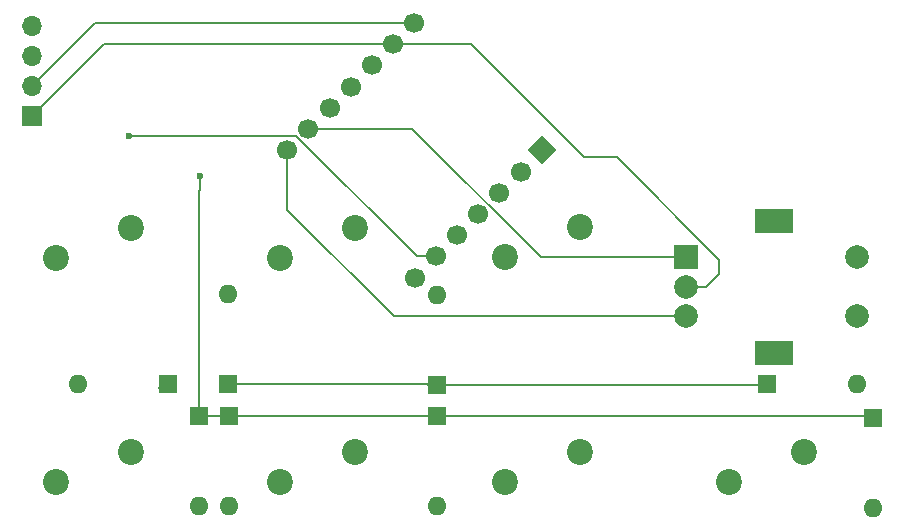
<source format=gbl>
G04 #@! TF.GenerationSoftware,KiCad,Pcbnew,8.0.5*
G04 #@! TF.CreationDate,2024-10-21T21:06:57-07:00*
G04 #@! TF.ProjectId,hackpad,6861636b-7061-4642-9e6b-696361645f70,rev?*
G04 #@! TF.SameCoordinates,Original*
G04 #@! TF.FileFunction,Copper,L2,Bot*
G04 #@! TF.FilePolarity,Positive*
%FSLAX46Y46*%
G04 Gerber Fmt 4.6, Leading zero omitted, Abs format (unit mm)*
G04 Created by KiCad (PCBNEW 8.0.5) date 2024-10-21 21:06:57*
%MOMM*%
%LPD*%
G01*
G04 APERTURE LIST*
G04 Aperture macros list*
%AMRotRect*
0 Rectangle, with rotation*
0 The origin of the aperture is its center*
0 $1 length*
0 $2 width*
0 $3 Rotation angle, in degrees counterclockwise*
0 Add horizontal line*
21,1,$1,$2,0,0,$3*%
G04 Aperture macros list end*
G04 #@! TA.AperFunction,ComponentPad*
%ADD10C,2.200000*%
G04 #@! TD*
G04 #@! TA.AperFunction,ComponentPad*
%ADD11R,2.000000X2.000000*%
G04 #@! TD*
G04 #@! TA.AperFunction,ComponentPad*
%ADD12C,2.000000*%
G04 #@! TD*
G04 #@! TA.AperFunction,ComponentPad*
%ADD13R,3.200000X2.000000*%
G04 #@! TD*
G04 #@! TA.AperFunction,ComponentPad*
%ADD14R,1.700000X1.700000*%
G04 #@! TD*
G04 #@! TA.AperFunction,ComponentPad*
%ADD15O,1.700000X1.700000*%
G04 #@! TD*
G04 #@! TA.AperFunction,ComponentPad*
%ADD16R,1.600000X1.600000*%
G04 #@! TD*
G04 #@! TA.AperFunction,ComponentPad*
%ADD17O,1.600000X1.600000*%
G04 #@! TD*
G04 #@! TA.AperFunction,ComponentPad*
%ADD18RotRect,1.700000X1.700000X315.000000*%
G04 #@! TD*
G04 #@! TA.AperFunction,ComponentPad*
%ADD19C,1.700000*%
G04 #@! TD*
G04 #@! TA.AperFunction,ViaPad*
%ADD20C,0.600000*%
G04 #@! TD*
G04 #@! TA.AperFunction,Conductor*
%ADD21C,0.200000*%
G04 #@! TD*
G04 APERTURE END LIST*
D10*
G04 #@! TO.P,SW7,1,1*
G04 #@! TO.N,COL3*
X261050000Y-145950000D03*
G04 #@! TO.P,SW7,2,2*
G04 #@! TO.N,Net-(D8-A)*
X254700000Y-148490000D03*
G04 #@! TD*
G04 #@! TO.P,SW5,1,1*
G04 #@! TO.N,COL2*
X242050000Y-126870000D03*
G04 #@! TO.P,SW5,2,2*
G04 #@! TO.N,Net-(D3-A)*
X235700000Y-129410000D03*
G04 #@! TD*
G04 #@! TO.P,SW2,1,1*
G04 #@! TO.N,COL0*
X204050000Y-145950000D03*
G04 #@! TO.P,SW2,2,2*
G04 #@! TO.N,Net-(D5-A)*
X197700000Y-148490000D03*
G04 #@! TD*
G04 #@! TO.P,SW1,1,1*
G04 #@! TO.N,COL0*
X204050000Y-126950000D03*
G04 #@! TO.P,SW1,2,2*
G04 #@! TO.N,Net-(D1-A)*
X197700000Y-129490000D03*
G04 #@! TD*
G04 #@! TO.P,SW6,1,1*
G04 #@! TO.N,COL2*
X242050000Y-145950000D03*
G04 #@! TO.P,SW6,2,2*
G04 #@! TO.N,Net-(D7-A)*
X235700000Y-148490000D03*
G04 #@! TD*
G04 #@! TO.P,SW3,1,1*
G04 #@! TO.N,COL1*
X223050000Y-126950000D03*
G04 #@! TO.P,SW3,2,2*
G04 #@! TO.N,Net-(D2-A)*
X216700000Y-129490000D03*
G04 #@! TD*
G04 #@! TO.P,SW4,1,1*
G04 #@! TO.N,COL1*
X223050000Y-145950000D03*
G04 #@! TO.P,SW4,2,2*
G04 #@! TO.N,Net-(D6-A)*
X216700000Y-148490000D03*
G04 #@! TD*
D11*
G04 #@! TO.P,SW8,A,A*
G04 #@! TO.N,ROTA*
X251050000Y-129450000D03*
D12*
G04 #@! TO.P,SW8,B,B*
G04 #@! TO.N,ROTB*
X251050000Y-134450000D03*
G04 #@! TO.P,SW8,C,C*
G04 #@! TO.N,GND*
X251050000Y-131950000D03*
D13*
G04 #@! TO.P,SW8,MP*
G04 #@! TO.N,N/C*
X258550000Y-126350000D03*
X258550000Y-137550000D03*
D12*
G04 #@! TO.P,SW8,S1,S1*
G04 #@! TO.N,Net-(D4-A)*
X265550000Y-134450000D03*
G04 #@! TO.P,SW8,S2,S2*
G04 #@! TO.N,COL3*
X265550000Y-129450000D03*
G04 #@! TD*
D14*
G04 #@! TO.P,O1,1,Pin_1*
G04 #@! TO.N,GND*
X195650000Y-117510000D03*
D15*
G04 #@! TO.P,O1,2,Pin_2*
G04 #@! TO.N,VCC*
X195650000Y-114969999D03*
G04 #@! TO.P,O1,3,Pin_3*
G04 #@! TO.N,SCL*
X195650000Y-112430000D03*
G04 #@! TO.P,O1,4,Pin_4*
G04 #@! TO.N,SDA*
X195650000Y-109890000D03*
G04 #@! TD*
D16*
G04 #@! TO.P,D7,1,K*
G04 #@! TO.N,ROW1*
X229950000Y-142880001D03*
D17*
G04 #@! TO.P,D7,2,A*
G04 #@! TO.N,Net-(D7-A)*
X229950000Y-150500001D03*
G04 #@! TD*
D16*
G04 #@! TO.P,D3,1,K*
G04 #@! TO.N,ROW0*
X229950000Y-140300000D03*
D17*
G04 #@! TO.P,D3,2,A*
G04 #@! TO.N,Net-(D3-A)*
X229950000Y-132680000D03*
G04 #@! TD*
D16*
G04 #@! TO.P,D8,1,K*
G04 #@! TO.N,ROW1*
X266900000Y-143050000D03*
D17*
G04 #@! TO.P,D8,2,A*
G04 #@! TO.N,Net-(D8-A)*
X266900000Y-150670000D03*
G04 #@! TD*
D18*
G04 #@! TO.P,U1,1,PA02_A0_D0*
G04 #@! TO.N,COL3*
X238850000Y-120390000D03*
D19*
G04 #@! TO.P,U1,2,PA4_A1_D1*
G04 #@! TO.N,COL2*
X237053949Y-122186051D03*
G04 #@! TO.P,U1,3,PA10_A2_D2*
G04 #@! TO.N,COL1*
X235257897Y-123982102D03*
G04 #@! TO.P,U1,4,PA11_A3_D3*
G04 #@! TO.N,unconnected-(U1-PA11_A3_D3-Pad4)*
X233461846Y-125778153D03*
G04 #@! TO.P,U1,5,PA8_A4_D4_SDA*
G04 #@! TO.N,SDA*
X231665795Y-127574204D03*
G04 #@! TO.P,U1,6,PA9_A5_D5_SCL*
G04 #@! TO.N,SCL*
X229869744Y-129370256D03*
G04 #@! TO.P,U1,7,PB08_A6_D6_TX*
G04 #@! TO.N,COL0*
X228073693Y-131166307D03*
G04 #@! TO.P,U1,8,PB09_A7_D7_RX*
G04 #@! TO.N,ROTB*
X217290314Y-120382928D03*
G04 #@! TO.P,U1,9,PA7_A8_D8_SCK*
G04 #@! TO.N,ROTA*
X219086365Y-118586877D03*
G04 #@! TO.P,U1,10,PA5_A9_D9_MISO*
G04 #@! TO.N,ROW1*
X220882417Y-116790826D03*
G04 #@! TO.P,U1,11,PA6_A10_D10_MOSI*
G04 #@! TO.N,ROW0*
X222678468Y-114994775D03*
G04 #@! TO.P,U1,12,3V3*
G04 #@! TO.N,unconnected-(U1-3V3-Pad12)*
X224474519Y-113198724D03*
G04 #@! TO.P,U1,13,GND*
G04 #@! TO.N,GND*
X226270570Y-111402672D03*
G04 #@! TO.P,U1,14,5V*
G04 #@! TO.N,VCC*
X228066621Y-109606621D03*
G04 #@! TD*
D16*
G04 #@! TO.P,D1,1,K*
G04 #@! TO.N,ROW0*
X207160000Y-140190000D03*
D17*
G04 #@! TO.P,D1,2,A*
G04 #@! TO.N,Net-(D1-A)*
X199540000Y-140190000D03*
G04 #@! TD*
D16*
G04 #@! TO.P,D5,1,K*
G04 #@! TO.N,ROW1*
X209850000Y-142880001D03*
D17*
G04 #@! TO.P,D5,2,A*
G04 #@! TO.N,Net-(D5-A)*
X209850000Y-150500001D03*
G04 #@! TD*
D16*
G04 #@! TO.P,D4,1,K*
G04 #@! TO.N,ROW0*
X257940000Y-140190000D03*
D17*
G04 #@! TO.P,D4,2,A*
G04 #@! TO.N,Net-(D4-A)*
X265560000Y-140190000D03*
G04 #@! TD*
D16*
G04 #@! TO.P,D6,1,K*
G04 #@! TO.N,ROW1*
X212350000Y-142890000D03*
D17*
G04 #@! TO.P,D6,2,A*
G04 #@! TO.N,Net-(D6-A)*
X212350000Y-150510000D03*
G04 #@! TD*
D16*
G04 #@! TO.P,D2,1,K*
G04 #@! TO.N,ROW0*
X212250000Y-140200000D03*
D17*
G04 #@! TO.P,D2,2,A*
G04 #@! TO.N,Net-(D2-A)*
X212250000Y-132580000D03*
G04 #@! TD*
D20*
G04 #@! TO.N,ROW1*
X209900000Y-122550000D03*
G04 #@! TO.N,SCL*
X203900000Y-119200000D03*
G04 #@! TD*
D21*
G04 #@! TO.N,ROW0*
X229950000Y-140300000D02*
X257830000Y-140300000D01*
X257830000Y-140300000D02*
X257940000Y-140190000D01*
X229150000Y-140200000D02*
X212250000Y-140200000D01*
X229950000Y-140300000D02*
X229250000Y-140300000D01*
X206860000Y-140090000D02*
X206460000Y-140490000D01*
X229250000Y-140300000D02*
X229150000Y-140200000D01*
X212150000Y-140100000D02*
X212140000Y-140090000D01*
G04 #@! TO.N,ROW1*
X209850000Y-123800000D02*
X209850000Y-142880001D01*
X212350000Y-142890000D02*
X209859999Y-142890000D01*
X229950000Y-142880001D02*
X266730001Y-142880001D01*
X209900000Y-122550000D02*
X209900000Y-123750000D01*
X209900000Y-122550000D02*
X209900000Y-122600000D01*
X266730001Y-142880001D02*
X266900000Y-143050000D01*
X229950000Y-142880001D02*
X212359999Y-142880001D01*
X230119999Y-143050000D02*
X229950000Y-142880001D01*
X209859999Y-142890000D02*
X209850000Y-142880001D01*
X209900000Y-123750000D02*
X209850000Y-123800000D01*
X209900000Y-122600000D02*
X209850000Y-122650000D01*
X212359999Y-142880001D02*
X212350000Y-142890000D01*
G04 #@! TO.N,GND*
X236202140Y-114742140D02*
X236278256Y-114818256D01*
X232862672Y-111402672D02*
X236202140Y-114742140D01*
X253850000Y-129650000D02*
X253850000Y-130890000D01*
X226270570Y-111402672D02*
X232862672Y-111402672D01*
X236278256Y-114818256D02*
X242450000Y-120990000D01*
X252790000Y-131950000D02*
X251050000Y-131950000D01*
X245190000Y-120990000D02*
X253850000Y-129650000D01*
X201757328Y-111402672D02*
X195650000Y-117510000D01*
X253850000Y-130890000D02*
X252790000Y-131950000D01*
X226270570Y-111402672D02*
X201757328Y-111402672D01*
X242450000Y-120990000D02*
X245190000Y-120990000D01*
G04 #@! TO.N,ROTA*
X251050000Y-129450000D02*
X238760039Y-129450000D01*
X227896916Y-118586877D02*
X219086365Y-118586877D01*
X238760039Y-129450000D02*
X227896916Y-118586877D01*
G04 #@! TO.N,ROTB*
X251050000Y-134450000D02*
X226312944Y-134450000D01*
X217290314Y-125427370D02*
X217290314Y-120382928D01*
X226312944Y-134450000D02*
X217290314Y-125427370D01*
G04 #@! TO.N,SCL*
X229869744Y-129370256D02*
X228243398Y-129370256D01*
X218073142Y-119200000D02*
X203900000Y-119200000D01*
X228243398Y-129370256D02*
X218073142Y-119200000D01*
G04 #@! TO.N,VCC*
X228066621Y-109606621D02*
X201013378Y-109606621D01*
X201013378Y-109606621D02*
X195650000Y-114969999D01*
G04 #@! TD*
M02*

</source>
